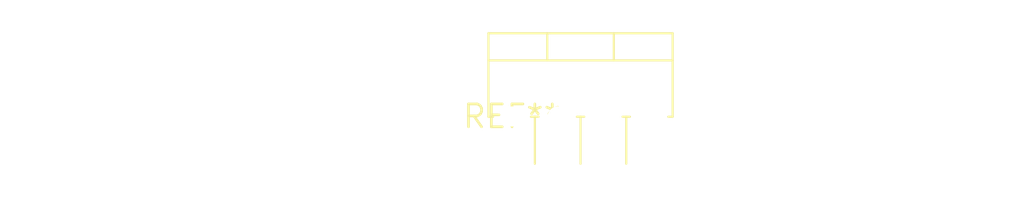
<source format=kicad_pcb>
(kicad_pcb (version 20240108) (generator pcbnew)
  (layers (0 "F.Cu" signal) (31 "B.Cu" signal) (34 "B.Paste" user) (35 "F.Paste" user) (36 "B.SilkS" user "B.Silkscreen") (37 "F.SilkS" user "F.Silkscreen") (38 "B.Mask" user) (39 "F.Mask" user) (44 "Edge.Cuts" user))
  (net 0 "")
  (footprint "TO-220-7_P2.54x3.7mm_StaggerEven_Lead3.8mm_Vertical" (layer "F.Cu") (at 0 0)
    (property "Reference" "REF**")
    (property "Value" "TO-220-7_P2.54x3.7mm_StaggerEven_Lead3.8mm_Vertical")
    (fp_line (start -1.31 -4.62) (end -1.31 0.021) (layer "F.SilkS") (stroke (width 0.12)))
    (fp_line (start -1.31 -4.62) (end 8.93 -4.62) (layer "F.SilkS") (stroke (width 0.12)))
    (fp_line (start -1.31 -3.111) (end 8.93 -3.111) (layer "F.SilkS") (stroke (width 0.12)))
    (fp_line (start -1.31 0.021) (end -1.05 0.021) (layer "F.SilkS") (stroke (width 0.12)))
    (fp_line (start 1.05 0.021) (end 1.475 0.021) (layer "F.SilkS") (stroke (width 0.12)))
    (fp_line (start 1.27 0.021) (end 1.27 2.635) (layer "F.SilkS") (stroke (width 0.12)))
    (fp_line (start 1.96 -4.62) (end 1.96 -3.111) (layer "F.SilkS") (stroke (width 0.12)))
    (fp_line (start 3.605 0.021) (end 4.016 0.021) (layer "F.SilkS") (stroke (width 0.12)))
    (fp_line (start 3.81 0.021) (end 3.81 2.635) (layer "F.SilkS") (stroke (width 0.12)))
    (fp_line (start 5.66 -4.62) (end 5.66 -3.111) (layer "F.SilkS") (stroke (width 0.12)))
    (fp_line (start 6.145 0.021) (end 6.555 0.021) (layer "F.SilkS") (stroke (width 0.12)))
    (fp_line (start 6.35 0.021) (end 6.35 2.635) (layer "F.SilkS") (stroke (width 0.12)))
    (fp_line (start 8.685 0.021) (end 8.93 0.021) (layer "F.SilkS") (stroke (width 0.12)))
    (fp_line (start 8.93 -4.62) (end 8.93 0.021) (layer "F.SilkS") (stroke (width 0.12)))
    (pad "1" thru_hole rect (at 0 0) (size 1.8 1.8) (drill 1.1) (layers *.Cu *.Mask) (remove_unused_layers))
    (pad "2" thru_hole oval (at 1.27 3.7) (size 1.8 1.8) (drill 1.1) (layers *.Cu *.Mask) (remove_unused_layers))
    (pad "3" thru_hole oval (at 2.54 0) (size 1.8 1.8) (drill 1.1) (layers *.Cu *.Mask) (remove_unused_layers))
    (pad "4" thru_hole oval (at 3.81 3.7) (size 1.8 1.8) (drill 1.1) (layers *.Cu *.Mask) (remove_unused_layers))
    (pad "5" thru_hole oval (at 5.08 0) (size 1.8 1.8) (drill 1.1) (layers *.Cu *.Mask) (remove_unused_layers))
    (pad "6" thru_hole oval (at 6.35 3.7) (size 1.8 1.8) (drill 1.1) (layers *.Cu *.Mask) (remove_unused_layers))
    (pad "7" thru_hole oval (at 7.62 0) (size 1.8 1.8) (drill 1.1) (layers *.Cu *.Mask) (remove_unused_layers))
  )
)
</source>
